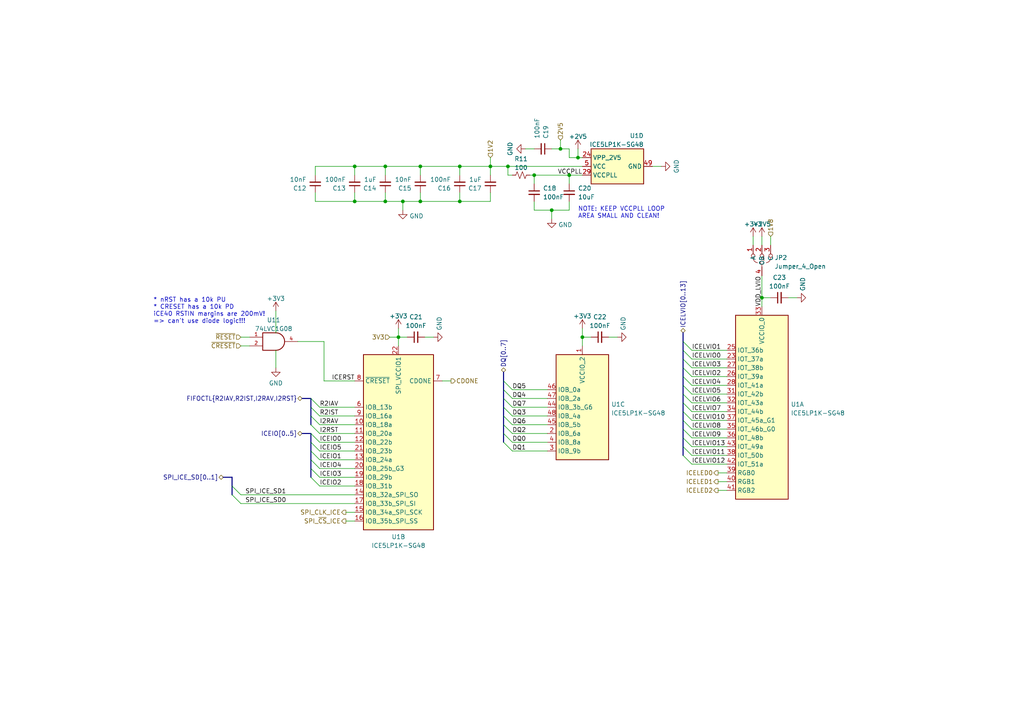
<source format=kicad_sch>
(kicad_sch (version 20211123) (generator eeschema)
  (paper "A4")
  (lib_symbols
    (symbol "74xGxx:74LVC1G08" (pin_names (offset 1.016))
      (property "Reference" "U" (at -2.54 3.81 0))
      (property "Value" "74LVC1G08" (at 0 -3.81 0))
      (symbol "74LVC1G08_0_1"
        (arc (start 0 -2.54) (mid 2.54 0) (end 0 2.54) (stroke (width 0.254)))
        (polyline (pts (xy 0 -2.54) (xy -3.81 -2.54) (xy -3.81 2.54) (xy 0 2.54)) (stroke (width 0.254)))
      )
      (symbol "74LVC1G08_1_1"
        (pin input line (at -7.62 1.27 0) (length 3.81) (name "~") (number "1"))
        (pin input line (at -7.62 -1.27 0) (length 3.81) (name "~") (number "2"))
        (pin power_in line (at 0 -2.54 270) (length 0) hide (name "GND") (number "3"))
        (pin output line (at 6.35 0 180) (length 3.81) (name "~") (number "4"))
        (pin power_in line (at 0 2.54 90) (length 0) hide (name "VCC") (number "5"))
      )
    )
    (symbol "Device:C_Small" (pin_numbers hide) (pin_names (offset 0.254) hide)
      (property "Reference" "C" (at 0.254 1.778 0))
      (property "Value" "C_Small" (at 0.254 -2.032 0))
      (symbol "C_Small_0_1"
        (polyline (pts (xy -1.524 -0.508) (xy 1.524 -0.508)) (stroke (width 0.3302)))
        (polyline (pts (xy -1.524 0.508) (xy 1.524 0.508)) (stroke (width 0.3048)))
      )
      (symbol "C_Small_1_1"
        (pin passive line (at 0 2.54 270) (length 2.032) (name "~") (number "1"))
        (pin passive line (at 0 -2.54 90) (length 2.032) (name "~") (number "2"))
      )
    )
    (symbol "Device:R_Small_US" (pin_numbers hide) (pin_names (offset 0.254) hide)
      (property "Reference" "R" (at 0.762 0.508 0))
      (property "Value" "R_Small_US" (at 0.762 -1.016 0))
      (symbol "R_Small_US_1_1"
        (polyline (pts (xy 0 0) (xy 1.016 -0.381) (xy 0 -0.762) (xy -1.016 -1.143) (xy 0 -1.524)))
        (polyline (pts (xy 0 1.524) (xy 1.016 1.143) (xy 0 0.762) (xy -1.016 0.381) (xy 0 0)))
        (pin passive line (at 0 2.54 270) (length 1.016) (name "~") (number "1"))
        (pin passive line (at 0 -2.54 90) (length 1.016) (name "~") (number "2"))
      )
    )
    (symbol "FPGA_Lattice:ICE5LP1K-SG48"
      (property "Reference" "U" (at -8.89 -29.21 0))
      (property "Value" "ICE5LP1K-SG48" (at 0 -31.75 0))
      (symbol "ICE5LP1K-SG48_1_1"
        (rectangle (start -7.62 25.4) (end 7.62 -27.94) (stroke (width 0.254)) (fill (type background)))
        (pin bidirectional line (at -10.16 12.7 0) (length 2.54) (name "IOT_37a") (number "23"))
        (pin bidirectional line (at -10.16 15.24 0) (length 2.54) (name "IOT_36b") (number "25"))
        (pin bidirectional line (at -10.16 7.62 0) (length 2.54) (name "IOT_39a") (number "26"))
        (pin bidirectional line (at -10.16 10.16 0) (length 2.54) (name "IOT_38b") (number "27"))
        (pin bidirectional line (at -10.16 5.08 0) (length 2.54) (name "IOT_41a") (number "28"))
        (pin bidirectional line (at -10.16 2.54 0) (length 2.54) (name "IOT_42b") (number "31"))
        (pin bidirectional line (at -10.16 0 0) (length 2.54) (name "IOT_43a") (number "32"))
        (pin power_in line (at 0 27.94 270) (length 2.54) (name "VCCIO_0") (number "33"))
        (pin bidirectional line (at -10.16 -2.54 0) (length 2.54) (name "IOT_44b") (number "34"))
        (pin bidirectional line (at -10.16 -7.62 0) (length 2.54) (name "IOT_46b_G0") (number "35"))
        (pin bidirectional line (at -10.16 -10.16 0) (length 2.54) (name "IOT_48b") (number "36"))
        (pin bidirectional line (at -10.16 -5.08 0) (length 2.54) (name "IOT_45a_G1") (number "37"))
        (pin bidirectional line (at -10.16 -15.24 0) (length 2.54) (name "IOT_50b") (number "38"))
        (pin open_collector line (at -10.16 -20.32 0) (length 2.54) (name "RGB0") (number "39"))
        (pin open_collector line (at -10.16 -22.86 0) (length 2.54) (name "RGB1") (number "40"))
        (pin open_collector line (at -10.16 -25.4 0) (length 2.54) (name "RGB2") (number "41"))
        (pin bidirectional line (at -10.16 -17.78 0) (length 2.54) (name "IOT_51a") (number "42"))
        (pin bidirectional line (at -10.16 -12.7 0) (length 2.54) (name "IOT_49a") (number "43"))
      )
      (symbol "ICE5LP1K-SG48_2_1"
        (rectangle (start -10.16 25.4) (end 10.16 -25.4) (stroke (width 0.254)) (fill (type background)))
        (pin bidirectional line (at -12.7 5.08 0) (length 2.54) (name "IOB_18a") (number "10"))
        (pin bidirectional line (at -12.7 2.54 0) (length 2.54) (name "IOB_20a") (number "11"))
        (pin bidirectional line (at -12.7 0 0) (length 2.54) (name "IOB_22b") (number "12"))
        (pin bidirectional line (at -12.7 -5.08 0) (length 2.54) (name "IOB_24a") (number "13"))
        (pin bidirectional line (at -12.7 -15.24 0) (length 2.54) (name "IOB_32a_SPI_SO") (number "14"))
        (pin bidirectional line (at -12.7 -20.32 0) (length 2.54) (name "IOB_34a_SPI_SCK") (number "15"))
        (pin bidirectional line (at -12.7 -22.86 0) (length 2.54) (name "IOB_35b_SPI_SS") (number "16"))
        (pin bidirectional line (at -12.7 -17.78 0) (length 2.54) (name "IOB_33b_SPI_SI") (number "17"))
        (pin bidirectional line (at -12.7 -12.7 0) (length 2.54) (name "IOB_31b") (number "18"))
        (pin bidirectional line (at -12.7 -10.16 0) (length 2.54) (name "IOB_29b") (number "19"))
        (pin bidirectional line (at -12.7 -7.62 0) (length 2.54) (name "IOB_25b_G3") (number "20"))
        (pin bidirectional line (at -12.7 -2.54 0) (length 2.54) (name "IOB_23b") (number "21"))
        (pin power_in line (at 0 27.94 270) (length 2.54) (name "SPI_VCCIO1") (number "22"))
        (pin bidirectional line (at -12.7 10.16 0) (length 2.54) (name "IOB_13b") (number "6"))
        (pin open_collector line (at 12.7 17.78 180) (length 2.54) (name "CDONE") (number "7"))
        (pin input line (at -12.7 17.78 0) (length 2.54) (name "~{CRESET}") (number "8"))
        (pin bidirectional line (at -12.7 7.62 0) (length 2.54) (name "IOB_16a") (number "9"))
      )
      (symbol "ICE5LP1K-SG48_3_1"
        (rectangle (start -7.62 15.24) (end 7.62 -15.24) (stroke (width 0.254)) (fill (type background)))
        (pin power_in line (at 0 17.78 270) (length 2.54) (name "VCCIO_2") (number "1"))
        (pin bidirectional line (at -10.16 -7.62 0) (length 2.54) (name "IOB_6a") (number "2"))
        (pin bidirectional line (at -10.16 -12.7 0) (length 2.54) (name "IOB_9b") (number "3"))
        (pin bidirectional line (at -10.16 -10.16 0) (length 2.54) (name "IOB_8a") (number "4"))
        (pin bidirectional line (at -10.16 0 0) (length 2.54) (name "IOB_3b_G6") (number "44"))
        (pin bidirectional line (at -10.16 -5.08 0) (length 2.54) (name "IOB_5b") (number "45"))
        (pin bidirectional line (at -10.16 5.08 0) (length 2.54) (name "IOB_0a") (number "46"))
        (pin bidirectional line (at -10.16 2.54 0) (length 2.54) (name "IOB_2a") (number "47"))
        (pin bidirectional line (at -10.16 -2.54 0) (length 2.54) (name "IOB_4a") (number "48"))
      )
      (symbol "ICE5LP1K-SG48_4_1"
        (rectangle (start -5.08 7.62) (end 5.08 -7.62) (stroke (width 0.254)) (fill (type background)))
        (pin power_in line (at -2.54 10.16 270) (length 2.54) (name "VPP_2V5") (number "24"))
        (pin power_out line (at 2.54 10.16 270) (length 2.54) (name "VCCPLL") (number "29"))
        (pin passive line (at 0 10.16 270) (length 2.54) hide (name "VCC") (number "30"))
        (pin power_in line (at 0 -10.16 90) (length 2.54) (name "GND") (number "49"))
        (pin power_in line (at 0 10.16 270) (length 2.54) (name "VCC") (number "5"))
      )
    )
    (symbol "iCE2040:Jumper_4_Open"
      (property "Reference" "JP" (at -3.81 -2.54 0))
      (property "Value" "Jumper_4_Open" (at 0 2.54 0))
      (symbol "Jumper_4_Open_0_0"
        (circle (center -2.54 2.032) (radius 0.508))
        (circle (center 0 0) (radius 0.508))
        (circle (center 0 2.032) (radius 0.508))
        (circle (center 2.54 2.032) (radius 0.508))
      )
      (symbol "Jumper_4_Open_0_1"
        (arc (start -2.54 1.27) (mid -2.1241 0.4159) (end -1.27 0))
        (polyline (pts (xy 0 -0.508) (xy 0 -1.27)))
        (arc (start 0.635 1.905) (mid -0.898 1.27) (end 0.635 0.635) (stroke (width 0.1524)))
        (arc (start 1.27 0) (mid 2.1233 0.4167) (end 2.54 1.27))
      )
      (symbol "Jumper_4_Open_1_1"
        (pin passive line (at -2.54 5.08 270) (length 2.54) (name "A") (number "1"))
        (pin passive line (at 0 5.08 270) (length 2.54) (name "B") (number "2"))
        (pin passive line (at 2.54 5.08 270) (length 2.54) (name "C") (number "3"))
        (pin passive line (at 0 -3.81 90) (length 2.54) (name "O") (number "4"))
      )
    )
    (symbol "power:+2V5" (power) (pin_names (offset 0))
      (property "Value" "+2V5" (at 0 3.556 0))
      (symbol "+2V5_0_1"
        (polyline (pts (xy -0.762 1.27) (xy 0 2.54)))
        (polyline (pts (xy 0 0) (xy 0 2.54)))
        (polyline (pts (xy 0 2.54) (xy 0.762 1.27)))
      )
      (symbol "+2V5_1_1"
        (pin power_in line (at 0 0 90) (length 0) hide (name "+2V5") (number "1"))
      )
    )
    (symbol "power:+3V3" (power) (pin_names (offset 0))
      (property "Value" "+3V3" (at 0 3.556 0))
      (symbol "+3V3_0_1"
        (polyline (pts (xy -0.762 1.27) (xy 0 2.54)))
        (polyline (pts (xy 0 0) (xy 0 2.54)))
        (polyline (pts (xy 0 2.54) (xy 0.762 1.27)))
      )
      (symbol "+3V3_1_1"
        (pin power_in line (at 0 0 90) (length 0) hide (name "+3V3") (number "1"))
      )
    )
    (symbol "power:GND" (power) (pin_names (offset 0))
      (property "Value" "GND" (at 0 -3.81 0))
      (symbol "GND_0_1"
        (polyline (pts (xy 0 0) (xy 0 -1.27) (xy 1.27 -1.27) (xy 0 -2.54) (xy -1.27 -1.27) (xy 0 -1.27)))
      )
      (symbol "GND_1_1"
        (pin power_in line (at 0 0 270) (length 0) hide (name "GND") (number "1"))
      )
    )
  )
  (junction (at 102.87 58.42))
  (junction (at 111.76 58.42))
  (junction (at 154.94 50.8))
  (junction (at 165.1 50.8))
  (junction (at 102.87 48.26))
  (junction (at 162.56 43.18))
  (junction (at 160.02 60.96))
  (junction (at 121.92 58.42))
  (junction (at 116.84 58.42))
  (junction (at 111.76 48.26))
  (junction (at 133.35 58.42))
  (junction (at 220.98 86.36))
  (junction (at 121.92 48.26))
  (junction (at 115.57 97.79))
  (junction (at 133.35 48.26))
  (junction (at 168.91 97.79))
  (junction (at 167.64 45.72))
  (junction (at 147.32 48.26))
  (junction (at 142.24 48.26))
  (bus_entry (at 200.66 101.6) (size -2.54 -2.54))
  (bus_entry (at 200.66 109.22) (size -2.54 -2.54))
  (bus_entry (at 92.71 123.19) (size -2.54 -2.54))
  (bus_entry (at 148.59 125.73) (size -2.54 -2.54))
  (bus_entry (at 92.71 130.81) (size -2.54 -2.54))
  (bus_entry (at 200.66 114.3) (size -2.54 -2.54))
  (bus_entry (at 92.71 118.11) (size -2.54 -2.54))
  (bus_entry (at 92.71 120.65) (size -2.54 -2.54))
  (bus_entry (at 92.71 135.89) (size -2.54 -2.54))
  (bus_entry (at 92.71 125.73) (size -2.54 -2.54))
  (bus_entry (at 200.66 104.14) (size -2.54 -2.54))
  (bus_entry (at 92.71 128.27) (size -2.54 -2.54))
  (bus_entry (at 148.59 113.03) (size -2.54 -2.54))
  (bus_entry (at 92.71 133.35) (size -2.54 -2.54))
  (bus_entry (at 200.66 111.76) (size -2.54 -2.54))
  (bus_entry (at 92.71 140.97) (size -2.54 -2.54))
  (bus_entry (at 67.31 140.97) (size 2.54 2.54))
  (bus_entry (at 67.31 143.51) (size 2.54 2.54))
  (bus_entry (at 92.71 138.43) (size -2.54 -2.54))
  (bus_entry (at 148.59 118.11) (size -2.54 -2.54))
  (bus_entry (at 148.59 130.81) (size -2.54 -2.54))
  (bus_entry (at 148.59 123.19) (size -2.54 -2.54))
  (bus_entry (at 148.59 115.57) (size -2.54 -2.54))
  (bus_entry (at 148.59 120.65) (size -2.54 -2.54))
  (bus_entry (at 200.66 106.68) (size -2.54 -2.54))
  (bus_entry (at 200.66 134.62) (size -2.54 -2.54))
  (bus_entry (at 200.66 116.84) (size -2.54 -2.54))
  (bus_entry (at 200.66 129.54) (size -2.54 -2.54))
  (bus_entry (at 200.66 132.08) (size -2.54 -2.54))
  (bus_entry (at 200.66 119.38) (size -2.54 -2.54))
  (bus_entry (at 200.66 121.92) (size -2.54 -2.54))
  (bus_entry (at 200.66 124.46) (size -2.54 -2.54))
  (bus_entry (at 200.66 127) (size -2.54 -2.54))
  (bus_entry (at 148.59 128.27) (size -2.54 -2.54))
  (wire (pts (xy 162.56 40.64) (xy 162.56 43.18)))
  (bus (pts (xy 198.12 129.54) (xy 198.12 127)))
  (wire (pts (xy 142.24 45.72) (xy 142.24 48.26)))
  (wire (pts (xy 210.82 121.92) (xy 200.66 121.92)))
  (wire (pts (xy 228.6 86.36) (xy 231.14 86.36)))
  (bus (pts (xy 87.63 125.73) (xy 90.17 125.73)))
  (wire (pts (xy 220.98 86.36) (xy 220.98 88.9)))
  (wire (pts (xy 176.53 97.79) (xy 179.07 97.79)))
  (wire (pts (xy 80.01 90.17) (xy 80.01 96.52)))
  (wire (pts (xy 102.87 128.27) (xy 92.71 128.27)))
  (wire (pts (xy 115.57 97.79) (xy 118.11 97.79)))
  (wire (pts (xy 168.91 97.79) (xy 168.91 100.33)))
  (wire (pts (xy 115.57 97.79) (xy 115.57 100.33)))
  (bus (pts (xy 198.12 109.22) (xy 198.12 106.68)))
  (wire (pts (xy 69.85 100.33) (xy 72.39 100.33)))
  (wire (pts (xy 168.91 48.26) (xy 147.32 48.26)))
  (wire (pts (xy 102.87 140.97) (xy 92.71 140.97)))
  (wire (pts (xy 158.75 115.57) (xy 148.59 115.57)))
  (wire (pts (xy 162.56 43.18) (xy 165.1 43.18)))
  (wire (pts (xy 148.59 50.8) (xy 147.32 50.8)))
  (wire (pts (xy 220.98 80.01) (xy 220.98 86.36)))
  (wire (pts (xy 210.82 104.14) (xy 200.66 104.14)))
  (wire (pts (xy 158.75 125.73) (xy 148.59 125.73)))
  (wire (pts (xy 158.75 118.11) (xy 148.59 118.11)))
  (bus (pts (xy 90.17 118.11) (xy 90.17 120.65)))
  (bus (pts (xy 64.77 138.43) (xy 67.31 138.43)))
  (wire (pts (xy 102.87 135.89) (xy 92.71 135.89)))
  (bus (pts (xy 90.17 128.27) (xy 90.17 125.73)))
  (wire (pts (xy 210.82 124.46) (xy 200.66 124.46)))
  (wire (pts (xy 133.35 58.42) (xy 121.92 58.42)))
  (wire (pts (xy 158.75 113.03) (xy 148.59 113.03)))
  (wire (pts (xy 91.44 50.8) (xy 91.44 48.26)))
  (wire (pts (xy 102.87 58.42) (xy 102.87 55.88)))
  (wire (pts (xy 102.87 48.26) (xy 91.44 48.26)))
  (wire (pts (xy 142.24 50.8) (xy 142.24 48.26)))
  (bus (pts (xy 146.05 107.95) (xy 146.05 110.49)))
  (wire (pts (xy 111.76 50.8) (xy 111.76 48.26)))
  (wire (pts (xy 210.82 127) (xy 200.66 127)))
  (wire (pts (xy 128.27 110.49) (xy 130.81 110.49)))
  (bus (pts (xy 90.17 130.81) (xy 90.17 128.27)))
  (wire (pts (xy 158.75 130.81) (xy 148.59 130.81)))
  (wire (pts (xy 167.64 43.18) (xy 167.64 45.72)))
  (wire (pts (xy 102.87 58.42) (xy 91.44 58.42)))
  (bus (pts (xy 198.12 124.46) (xy 198.12 121.92)))
  (wire (pts (xy 208.28 139.7) (xy 210.82 139.7)))
  (bus (pts (xy 146.05 115.57) (xy 146.05 113.03)))
  (wire (pts (xy 111.76 58.42) (xy 102.87 58.42)))
  (bus (pts (xy 67.31 138.43) (xy 67.31 140.97)))
  (wire (pts (xy 121.92 58.42) (xy 116.84 58.42)))
  (bus (pts (xy 146.05 128.27) (xy 146.05 125.73)))
  (wire (pts (xy 102.87 125.73) (xy 92.71 125.73)))
  (wire (pts (xy 208.28 137.16) (xy 210.82 137.16)))
  (bus (pts (xy 198.12 116.84) (xy 198.12 114.3)))
  (bus (pts (xy 67.31 143.51) (xy 67.31 140.97)))
  (wire (pts (xy 93.98 99.06) (xy 93.98 110.49)))
  (wire (pts (xy 168.91 95.25) (xy 168.91 97.79)))
  (wire (pts (xy 100.33 151.13) (xy 102.87 151.13)))
  (bus (pts (xy 87.63 115.57) (xy 90.17 115.57)))
  (wire (pts (xy 154.94 43.18) (xy 152.4 43.18)))
  (wire (pts (xy 189.23 48.26) (xy 191.77 48.26)))
  (bus (pts (xy 90.17 130.81) (xy 90.17 133.35)))
  (wire (pts (xy 142.24 58.42) (xy 133.35 58.42)))
  (wire (pts (xy 102.87 118.11) (xy 92.71 118.11)))
  (bus (pts (xy 198.12 127) (xy 198.12 124.46)))
  (wire (pts (xy 121.92 48.26) (xy 133.35 48.26)))
  (wire (pts (xy 133.35 50.8) (xy 133.35 48.26)))
  (wire (pts (xy 133.35 48.26) (xy 142.24 48.26)))
  (bus (pts (xy 90.17 138.43) (xy 90.17 135.89)))
  (wire (pts (xy 210.82 132.08) (xy 200.66 132.08)))
  (wire (pts (xy 158.75 123.19) (xy 148.59 123.19)))
  (wire (pts (xy 165.1 60.96) (xy 160.02 60.96)))
  (wire (pts (xy 86.36 99.06) (xy 93.98 99.06)))
  (wire (pts (xy 154.94 50.8) (xy 154.94 53.34)))
  (bus (pts (xy 198.12 119.38) (xy 198.12 116.84)))
  (bus (pts (xy 198.12 104.14) (xy 198.12 101.6)))
  (wire (pts (xy 210.82 134.62) (xy 200.66 134.62)))
  (bus (pts (xy 146.05 120.65) (xy 146.05 118.11)))
  (wire (pts (xy 121.92 48.26) (xy 111.76 48.26)))
  (wire (pts (xy 223.52 68.58) (xy 223.52 71.12)))
  (wire (pts (xy 165.1 50.8) (xy 165.1 53.34)))
  (bus (pts (xy 90.17 118.11) (xy 90.17 115.57)))
  (bus (pts (xy 90.17 123.19) (xy 90.17 120.65)))
  (bus (pts (xy 198.12 121.92) (xy 198.12 119.38)))
  (wire (pts (xy 69.85 146.05) (xy 102.87 146.05)))
  (wire (pts (xy 210.82 109.22) (xy 200.66 109.22)))
  (wire (pts (xy 121.92 58.42) (xy 121.92 55.88)))
  (wire (pts (xy 116.84 58.42) (xy 111.76 58.42)))
  (wire (pts (xy 133.35 58.42) (xy 133.35 55.88)))
  (wire (pts (xy 210.82 129.54) (xy 200.66 129.54)))
  (wire (pts (xy 113.03 97.79) (xy 115.57 97.79)))
  (wire (pts (xy 111.76 48.26) (xy 102.87 48.26)))
  (wire (pts (xy 210.82 111.76) (xy 200.66 111.76)))
  (wire (pts (xy 142.24 55.88) (xy 142.24 58.42)))
  (wire (pts (xy 210.82 116.84) (xy 200.66 116.84)))
  (wire (pts (xy 116.84 58.42) (xy 116.84 60.96)))
  (wire (pts (xy 102.87 120.65) (xy 92.71 120.65)))
  (bus (pts (xy 146.05 125.73) (xy 146.05 123.19)))
  (wire (pts (xy 165.1 58.42) (xy 165.1 60.96)))
  (wire (pts (xy 208.28 142.24) (xy 210.82 142.24)))
  (wire (pts (xy 100.33 148.59) (xy 102.87 148.59)))
  (wire (pts (xy 102.87 138.43) (xy 92.71 138.43)))
  (wire (pts (xy 93.98 110.49) (xy 102.87 110.49)))
  (wire (pts (xy 165.1 43.18) (xy 165.1 45.72)))
  (wire (pts (xy 102.87 123.19) (xy 92.71 123.19)))
  (wire (pts (xy 80.01 101.6) (xy 80.01 106.68)))
  (wire (pts (xy 123.19 97.79) (xy 125.73 97.79)))
  (wire (pts (xy 210.82 106.68) (xy 200.66 106.68)))
  (bus (pts (xy 146.05 118.11) (xy 146.05 115.57)))
  (wire (pts (xy 121.92 50.8) (xy 121.92 48.26)))
  (wire (pts (xy 168.91 50.8) (xy 165.1 50.8)))
  (wire (pts (xy 154.94 60.96) (xy 154.94 58.42)))
  (wire (pts (xy 168.91 45.72) (xy 167.64 45.72)))
  (wire (pts (xy 220.98 86.36) (xy 223.52 86.36)))
  (wire (pts (xy 210.82 114.3) (xy 200.66 114.3)))
  (wire (pts (xy 69.85 97.79) (xy 72.39 97.79)))
  (wire (pts (xy 165.1 50.8) (xy 154.94 50.8)))
  (wire (pts (xy 160.02 60.96) (xy 160.02 63.5)))
  (wire (pts (xy 218.44 68.58) (xy 218.44 71.12)))
  (wire (pts (xy 168.91 97.79) (xy 171.45 97.79)))
  (wire (pts (xy 102.87 133.35) (xy 92.71 133.35)))
  (wire (pts (xy 158.75 120.65) (xy 148.59 120.65)))
  (bus (pts (xy 198.12 132.08) (xy 198.12 129.54)))
  (bus (pts (xy 198.12 111.76) (xy 198.12 109.22)))
  (wire (pts (xy 102.87 130.81) (xy 92.71 130.81)))
  (wire (pts (xy 210.82 101.6) (xy 200.66 101.6)))
  (bus (pts (xy 146.05 123.19) (xy 146.05 120.65)))
  (wire (pts (xy 154.94 50.8) (xy 153.67 50.8)))
  (bus (pts (xy 198.12 114.3) (xy 198.12 111.76)))
  (wire (pts (xy 210.82 119.38) (xy 200.66 119.38)))
  (bus (pts (xy 146.05 113.03) (xy 146.05 110.49)))
  (bus (pts (xy 198.12 101.6) (xy 198.12 99.06)))
  (wire (pts (xy 220.98 68.58) (xy 220.98 71.12)))
  (wire (pts (xy 142.24 48.26) (xy 147.32 48.26)))
  (bus (pts (xy 198.12 96.52) (xy 198.12 99.06)))
  (wire (pts (xy 69.85 143.51) (xy 102.87 143.51)))
  (wire (pts (xy 160.02 43.18) (xy 162.56 43.18)))
  (wire (pts (xy 158.75 128.27) (xy 148.59 128.27)))
  (bus (pts (xy 198.12 106.68) (xy 198.12 104.14)))
  (wire (pts (xy 167.64 45.72) (xy 165.1 45.72)))
  (wire (pts (xy 115.57 97.79) (xy 115.57 95.25)))
  (wire (pts (xy 91.44 58.42) (xy 91.44 55.88)))
  (wire (pts (xy 147.32 50.8) (xy 147.32 48.26)))
  (wire (pts (xy 111.76 58.42) (xy 111.76 55.88)))
  (bus (pts (xy 90.17 133.35) (xy 90.17 135.89)))
  (wire (pts (xy 102.87 50.8) (xy 102.87 48.26)))
  (wire (pts (xy 160.02 60.96) (xy 154.94 60.96)))
  (text "* nRST has a 10k PU\n* CRESET has a 10k PD\niCE40 RSTIN margins are 200mV!\n=> can't use diode logic!!!" (at 44.45 93.98 0) (effects (font (size 1.27 1.27)) (justify left bottom)))
  (text "NOTE: KEEP VCCPLL LOOP\nAREA SMALL AND CLEAN!" (at 167.64 63.5 0) (effects (font (size 1.27 1.27)) (justify left bottom)))
  (label "ICEIO0" (at 92.71 128.27 0))
  (label "R2IST" (at 92.71 120.65 0))
  (label "DQ5" (at 148.59 113.03 0))
  (label "ICERST" (at 102.87 110.49 180))
  (label "DQ6" (at 148.59 123.19 0))
  (label "DQ2" (at 148.59 125.73 0))
  (label "ICELVIO6" (at 200.66 116.84 0))
  (label "VDD_LVIO" (at 220.98 88.9 90))
  (label "ICEIO5" (at 92.71 130.81 0))
  (label "I2RST" (at 92.71 125.73 0))
  (label "SPI_ICE_SD0" (at 71.12 146.05 0))
  (label "DQ0" (at 148.59 128.27 0))
  (label "ICELVIO4" (at 200.66 111.76 0))
  (label "ICELVIO11" (at 200.66 132.08 0))
  (label "I2RAV" (at 92.71 123.19 0))
  (label "DQ1" (at 148.59 130.81 0))
  (label "ICELVIO1" (at 200.66 101.6 0))
  (label "ICELVIO5" (at 200.66 114.3 0))
  (label "ICELVIO13" (at 200.66 129.54 0))
  (label "ICELVIO3" (at 200.66 106.68 0))
  (label "ICELVIO10" (at 200.66 121.92 0))
  (label "ICELVIO7" (at 200.66 119.38 0))
  (label "SPI_ICE_SD1" (at 71.12 143.51 0))
  (label "DQ4" (at 148.59 115.57 0))
  (label "VCCPLL" (at 168.91 50.8 180))
  (label "ICEIO2" (at 92.71 140.97 0))
  (label "ICEIO4" (at 92.71 135.89 0))
  (label "DQ3" (at 148.59 120.65 0))
  (label "DQ7" (at 148.59 118.11 0))
  (label "ICELVIO12" (at 200.66 134.62 0))
  (label "ICELVIO0" (at 200.66 104.14 0))
  (label "R2IAV" (at 92.71 118.11 0))
  (label "ICELVIO9" (at 200.66 127 0))
  (label "ICELVIO8" (at 200.66 124.46 0))
  (label "ICEIO1" (at 92.71 133.35 0))
  (label "ICELVIO2" (at 200.66 109.22 0))
  (label "ICEIO3" (at 92.71 138.43 0))
  (hierarchical_label "1V2" (shape input) (at 142.24 45.72 90))
  (hierarchical_label "ICEIO[0..5]" (shape bidirectional) (at 87.63 125.73 180))
  (hierarchical_label "CDONE" (shape output) (at 130.81 110.49 0))
  (hierarchical_label "DQ[0..7]" (shape bidirectional) (at 146.05 107.95 90))
  (hierarchical_label "ICELED2" (shape output) (at 208.28 142.24 180))
  (hierarchical_label "ICELED0" (shape output) (at 208.28 137.16 180))
  (hierarchical_label "~{CRESET}" (shape input) (at 69.85 100.33 180))
  (hierarchical_label "~{RESET}" (shape input) (at 69.85 97.79 180))
  (hierarchical_label "ICELVIO[0..13]" (shape bidirectional) (at 198.12 96.52 90))
  (hierarchical_label "1V8" (shape input) (at 223.52 68.58 90))
  (hierarchical_label "2V5" (shape input) (at 162.56 40.64 90))
  (hierarchical_label "SPI_CLK_ICE" (shape output) (at 100.33 148.59 180))
  (hierarchical_label "ICELED1" (shape output) (at 208.28 139.7 180))
  (hierarchical_label "FIFOCTL{R2IAV,R2IST,I2RAV,I2RST}" (shape bidirectional) (at 87.63 115.57 180))
  (hierarchical_label "SPI_ICE_SD[0..1]" (shape bidirectional) (at 64.77 138.43 180))
  (hierarchical_label "SPI_~{CS}_ICE" (shape output) (at 100.33 151.13 180))
  (hierarchical_label "3V3" (shape input) (at 113.03 97.79 180))
  (symbol (lib_id "74xGxx:74LVC1G08") (at 80.01 99.06 0) (unit 1)
    (property "Reference" "U11" (at 79.375 92.8202 0))
    (property "Value" "74LVC1G08" (at 79.375 95.3571 0))
    (property "Footprint" "Package_TO_SOT_SMD:SOT-353_SC-70-5" (effects hide))
    (property "Datasheet" "http://www.ti.com/lit/sg/scyt129e/scyt129e.pdf" (effects hide))
  )
  (symbol (lib_id "power:GND") (at 191.77 48.26 90) (unit 1)
    (property "Reference" "#PWR037" (effects hide))
    (property "Value" "GND" (at 196.2134 48.26 0))
  )
  (symbol (lib_id "Device:C_Small") (at 120.65 97.79 90) (unit 1)
    (property "Reference" "C21" (at 120.65 91.9312 90))
    (property "Value" "100nF" (at 120.65 94.4681 90))
    (property "Footprint" "Capacitor_SMD:C_0603_1608Metric" (effects hide))
  )
  (symbol (lib_id "Device:C_Small") (at 157.48 43.18 270) (mirror x) (unit 1)
    (property "Reference" "C19" (at 158.3147 40.259 0) (effects (justify left)))
    (property "Value" "100nF" (at 155.7778 40.259 0) (effects (justify left)))
    (property "Footprint" "Capacitor_SMD:C_0603_1608Metric" (effects hide))
  )
  (symbol (lib_id "FPGA_Lattice:ICE5LP1K-SG48") (at 115.57 128.27 0) (unit 2)
    (property "Reference" "U1" (at 115.57 155.7004 0))
    (property "Value" "ICE5LP1K-SG48" (at 115.57 158.2373 0))
    (property "Footprint" "Package_DFN_QFN:QFN-48-1EP_7x7mm_P0.5mm_EP5.6x5.6mm" (effects hide))
    (property "Datasheet" "http://www.latticesemi.com/Products/FPGAandCPLD/iCE40Ultra" (effects hide))
  )
  (symbol (lib_id "Device:C_Small") (at 173.99 97.79 90) (unit 1)
    (property "Reference" "C22" (at 173.99 91.9312 90))
    (property "Value" "100nF" (at 173.99 94.4681 90))
    (property "Footprint" "Capacitor_SMD:C_0603_1608Metric" (effects hide))
  )
  (symbol (lib_id "power:+3V3") (at 115.57 95.25 0) (unit 1)
    (property "Reference" "#PWR032" (effects hide))
    (property "Value" "+3V3" (at 115.57 91.6742 0))
  )
  (symbol (lib_id "Device:C_Small") (at 91.44 53.34 180) (unit 1)
    (property "Reference" "C12" (at 88.9 54.6069 0) (effects (justify left)))
    (property "Value" "10nF" (at 88.9 52.07 0) (effects (justify left)))
    (property "Footprint" "Capacitor_SMD:C_0603_1608Metric" (effects hide))
  )
  (symbol (lib_id "iCE2040:Jumper_4_Open") (at 220.98 76.2 0) (unit 1)
    (property "Reference" "JP2" (at 224.663 74.7303 0) (effects (justify left)))
    (property "Value" "Jumper_4_Open" (at 224.663 77.2672 0) (effects (justify left)))
    (property "Footprint" "iCE2040:Jumper_4" (effects hide))
  )
  (symbol (lib_id "FPGA_Lattice:ICE5LP1K-SG48") (at 179.07 48.26 90) (mirror x) (unit 4)
    (property "Reference" "U1" (at 186.69 39.3731 90) (effects (justify left)))
    (property "Value" "ICE5LP1K-SG48" (at 186.69 41.91 90) (effects (justify left)))
    (property "Footprint" "Package_DFN_QFN:QFN-48-1EP_7x7mm_P0.5mm_EP5.6x5.6mm" (effects hide))
    (property "Datasheet" "http://www.latticesemi.com/Products/FPGAandCPLD/iCE40Ultra" (effects hide))
  )
  (symbol (lib_id "power:+3V3") (at 80.01 90.17 0) (unit 1)
    (property "Reference" "#PWR030" (effects hide))
    (property "Value" "+3V3" (at 80.01 86.5942 0))
  )
  (symbol (lib_id "Device:C_Small") (at 102.87 53.34 180) (unit 1)
    (property "Reference" "C13" (at 100.33 54.6069 0) (effects (justify left)))
    (property "Value" "100nF" (at 100.33 52.07 0) (effects (justify left)))
    (property "Footprint" "Capacitor_SMD:C_0603_1608Metric" (effects hide))
  )
  (symbol (lib_id "Device:C_Small") (at 154.94 55.88 0) (unit 1)
    (property "Reference" "C18" (at 157.48 54.61 0) (effects (justify left)))
    (property "Value" "100nF" (at 157.48 57.1469 0) (effects (justify left)))
    (property "Footprint" "Capacitor_SMD:C_0402_1005Metric" (effects hide))
  )
  (symbol (lib_id "power:GND") (at 160.02 63.5 0) (mirror y) (unit 1)
    (property "Reference" "#PWR034" (effects hide))
    (property "Value" "GND" (at 161.925 65.2038 0) (effects (justify right)))
  )
  (symbol (lib_id "Device:C_Small") (at 142.24 53.34 180) (unit 1)
    (property "Reference" "C17" (at 139.7 54.6069 0) (effects (justify left)))
    (property "Value" "1uF" (at 139.7 52.07 0) (effects (justify left)))
    (property "Footprint" "Capacitor_SMD:C_0603_1608Metric" (effects hide))
  )
  (symbol (lib_id "FPGA_Lattice:ICE5LP1K-SG48") (at 220.98 116.84 0) (unit 1)
    (property "Reference" "U1" (at 229.362 117.2753 0) (effects (justify left)))
    (property "Value" "ICE5LP1K-SG48" (at 229.362 119.8122 0) (effects (justify left)))
    (property "Footprint" "Package_DFN_QFN:QFN-48-1EP_7x7mm_P0.5mm_EP5.6x5.6mm" (effects hide))
    (property "Datasheet" "http://www.latticesemi.com/Products/FPGAandCPLD/iCE40Ultra" (effects hide))
  )
  (symbol (lib_id "power:GND") (at 116.84 60.96 0) (mirror y) (unit 1)
    (property "Reference" "#PWR044" (effects hide))
    (property "Value" "GND" (at 118.745 62.6638 0) (effects (justify right)))
  )
  (symbol (lib_id "power:GND") (at 152.4 43.18 270) (mirror x) (unit 1)
    (property "Reference" "#PWR033" (effects hide))
    (property "Value" "GND" (at 147.9566 43.18 0))
  )
  (symbol (lib_id "power:GND") (at 231.14 86.36 90) (mirror x) (unit 1)
    (property "Reference" "#PWR0103" (effects hide))
    (property "Value" "GND" (at 232.8438 84.455 0) (effects (justify right)))
  )
  (symbol (lib_id "Device:C_Small") (at 133.35 53.34 180) (unit 1)
    (property "Reference" "C16" (at 130.81 54.6069 0) (effects (justify left)))
    (property "Value" "100nF" (at 130.81 52.07 0) (effects (justify left)))
    (property "Footprint" "Capacitor_SMD:C_0603_1608Metric" (effects hide))
  )
  (symbol (lib_id "power:GND") (at 80.01 106.68 0) (unit 1)
    (property "Reference" "#PWR031" (effects hide))
    (property "Value" "GND" (at 80.01 111.1234 0))
  )
  (symbol (lib_id "Device:R_Small_US") (at 151.13 50.8 270) (unit 1)
    (property "Reference" "R11" (at 151.13 46.0842 90))
    (property "Value" "100" (at 151.13 48.6211 90))
    (property "Footprint" "Resistor_SMD:R_0402_1005Metric" (effects hide))
  )
  (symbol (lib_id "power:GND") (at 125.73 97.79 90) (mirror x) (unit 1)
    (property "Reference" "#PWR0101" (effects hide))
    (property "Value" "GND" (at 127.4338 95.885 0) (effects (justify right)))
  )
  (symbol (lib_id "power:GND") (at 179.07 97.79 90) (mirror x) (unit 1)
    (property "Reference" "#PWR0102" (effects hide))
    (property "Value" "GND" (at 180.7738 95.885 0) (effects (justify right)))
  )
  (symbol (lib_id "Device:C_Small") (at 121.92 53.34 180) (unit 1)
    (property "Reference" "C15" (at 119.38 54.6069 0) (effects (justify left)))
    (property "Value" "10nF" (at 119.38 52.07 0) (effects (justify left)))
    (property "Footprint" "Capacitor_SMD:C_0603_1608Metric" (effects hide))
  )
  (symbol (lib_id "power:+2V5") (at 167.64 43.18 0) (mirror y) (unit 1)
    (property "Reference" "#PWR035" (effects hide))
    (property "Value" "+2V5" (at 167.64 39.6042 0))
  )
  (symbol (lib_id "power:+3V3") (at 218.44 68.58 0) (unit 1)
    (property "Reference" "#PWR038" (effects hide))
    (property "Value" "+3V3" (at 218.44 65.0042 0))
  )
  (symbol (lib_id "FPGA_Lattice:ICE5LP1K-SG48") (at 168.91 118.11 0) (unit 3)
    (property "Reference" "U1" (at 177.292 117.2753 0) (effects (justify left)))
    (property "Value" "ICE5LP1K-SG48" (at 177.292 119.8122 0) (effects (justify left)))
    (property "Footprint" "Package_DFN_QFN:QFN-48-1EP_7x7mm_P0.5mm_EP5.6x5.6mm" (effects hide))
    (property "Datasheet" "http://www.latticesemi.com/Products/FPGAandCPLD/iCE40Ultra" (effects hide))
  )
  (symbol (lib_id "power:+2V5") (at 220.98 68.58 0) (mirror y) (unit 1)
    (property "Reference" "#PWR041" (effects hide))
    (property "Value" "+2V5" (at 220.98 65.0042 0))
  )
  (symbol (lib_id "Device:C_Small") (at 226.06 86.36 90) (unit 1)
    (property "Reference" "C23" (at 226.06 80.5012 90))
    (property "Value" "100nF" (at 226.06 83.0381 90))
    (property "Footprint" "Capacitor_SMD:C_0603_1608Metric" (effects hide))
  )
  (symbol (lib_id "Device:C_Small") (at 111.76 53.34 180) (unit 1)
    (property "Reference" "C14" (at 109.22 54.6069 0) (effects (justify left)))
    (property "Value" "1uF" (at 109.22 52.07 0) (effects (justify left)))
    (property "Footprint" "Capacitor_SMD:C_0603_1608Metric" (effects hide))
  )
  (symbol (lib_id "Device:C_Small") (at 165.1 55.88 0) (unit 1)
    (property "Reference" "C20" (at 167.64 54.6131 0) (effects (justify left)))
    (property "Value" "10uF" (at 167.64 57.15 0) (effects (justify left)))
    (property "Footprint" "Capacitor_SMD:C_0402_1005Metric" (effects hide))
  )
  (symbol (lib_id "power:+3V3") (at 168.91 95.25 0) (unit 1)
    (property "Reference" "#PWR036" (effects hide))
    (property "Value" "+3V3" (at 168.91 91.6742 0))
  )
)
</source>
